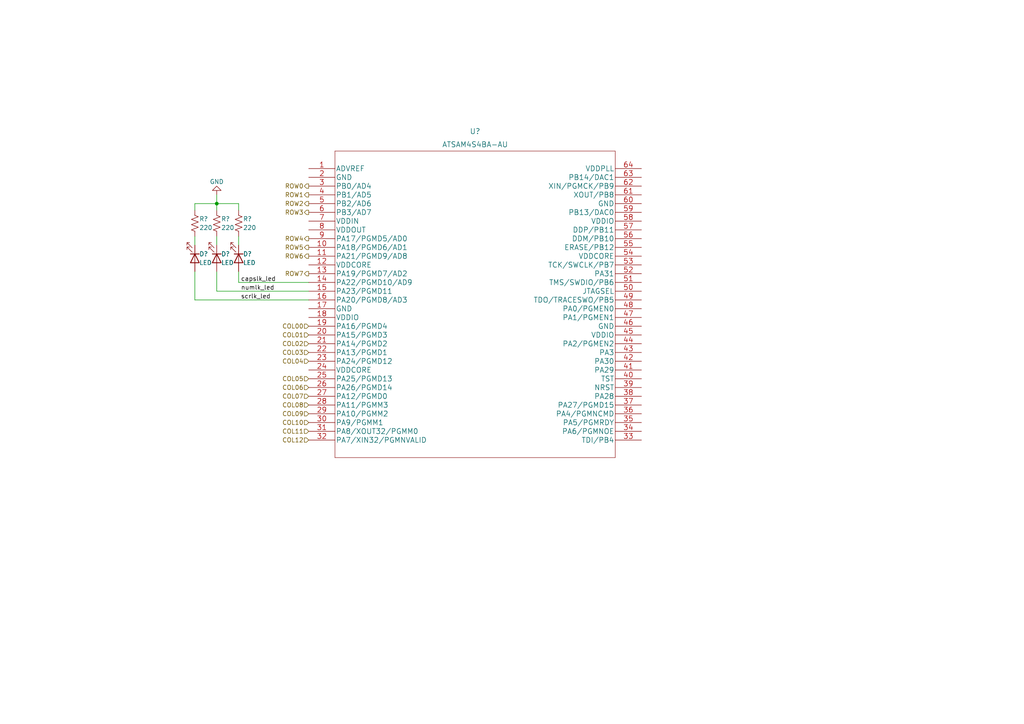
<source format=kicad_sch>
(kicad_sch (version 20211123) (generator eeschema)
  (paper "A4")
  (lib_symbols
    (symbol "Device:LED" (pin_numbers hide) (pin_names (offset 1.016) hide)
      (property "Reference" "D" (at 0 2.54 0))
      (property "Value" "LED" (at 0 -2.54 0))
      (symbol "LED_0_1"
        (polyline (pts (xy -1.27 -1.27) (xy -1.27 1.27)) (stroke (width 0.254)))
        (polyline (pts (xy -1.27 0) (xy 1.27 0)))
        (polyline (pts (xy 1.27 -1.27) (xy 1.27 1.27) (xy -1.27 0) (xy 1.27 -1.27)) (stroke (width 0.254)))
        (polyline (pts (xy -3.048 -0.762) (xy -4.572 -2.286) (xy -3.81 -2.286) (xy -4.572 -2.286) (xy -4.572 -1.524)))
        (polyline (pts (xy -1.778 -0.762) (xy -3.302 -2.286) (xy -2.54 -2.286) (xy -3.302 -2.286) (xy -3.302 -1.524)))
      )
      (symbol "LED_1_1"
        (pin passive line (at -3.81 0 0) (length 2.54) (name "K") (number "1"))
        (pin passive line (at 3.81 0 180) (length 2.54) (name "A") (number "2"))
      )
    )
    (symbol "Device:R_US" (pin_numbers hide) (pin_names (offset 0))
      (property "Reference" "R" (at 2.54 0 90))
      (property "Value" "R_US" (at -2.54 0 90))
      (symbol "R_US_0_1"
        (polyline (pts (xy 0 -2.286) (xy 0 -2.54)))
        (polyline (pts (xy 0 2.286) (xy 0 2.54)))
        (polyline (pts (xy 0 -0.762) (xy 1.016 -1.143) (xy 0 -1.524) (xy -1.016 -1.905) (xy 0 -2.286)))
        (polyline (pts (xy 0 0.762) (xy 1.016 0.381) (xy 0 0) (xy -1.016 -0.381) (xy 0 -0.762)))
        (polyline (pts (xy 0 2.286) (xy 1.016 1.905) (xy 0 1.524) (xy -1.016 1.143) (xy 0 0.762)))
      )
      (symbol "R_US_1_1"
        (pin passive line (at 0 3.81 270) (length 1.27) (name "~") (number "1"))
        (pin passive line (at 0 -3.81 90) (length 1.27) (name "~") (number "2"))
      )
    )
    (symbol "SAM4_User:ATSAM4S4BA-AU" (pin_names (offset 0.254))
      (property "Reference" "U" (at 48.26 10.16 0))
      (property "Value" "ATSAM4S4BA-AU" (at 48.26 7.62 0))
      (symbol "ATSAM4S4BA-AU_1_1"
        (polyline (pts (xy 7.62 -83.82) (xy 88.9 -83.82)) (stroke (width 0.127)))
        (polyline (pts (xy 7.62 5.08) (xy 7.62 -83.82)) (stroke (width 0.127)))
        (polyline (pts (xy 88.9 -83.82) (xy 88.9 5.08)) (stroke (width 0.127)))
        (polyline (pts (xy 88.9 5.08) (xy 7.62 5.08)) (stroke (width 0.127)))
        (pin power_in line (at 0 0 0) (length 7.62) (name "ADVREF") (number "1"))
        (pin bidirectional line (at 0 -22.86 0) (length 7.62) (name "PA18/PGMD6/AD1") (number "10"))
        (pin bidirectional line (at 0 -25.4 0) (length 7.62) (name "PA21/PGMD9/AD8") (number "11"))
        (pin power_in line (at 0 -27.94 0) (length 7.62) (name "VDDCORE") (number "12"))
        (pin bidirectional line (at 0 -30.48 0) (length 7.62) (name "PA19/PGMD7/AD2") (number "13"))
        (pin bidirectional line (at 0 -33.02 0) (length 7.62) (name "PA22/PGMD10/AD9") (number "14"))
        (pin bidirectional line (at 0 -35.56 0) (length 7.62) (name "PA23/PGMD11") (number "15"))
        (pin bidirectional line (at 0 -38.1 0) (length 7.62) (name "PA20/PGMD8/AD3") (number "16"))
        (pin power_in line (at 0 -40.64 0) (length 7.62) (name "GND") (number "17"))
        (pin power_in line (at 0 -43.18 0) (length 7.62) (name "VDDIO") (number "18"))
        (pin bidirectional line (at 0 -45.72 0) (length 7.62) (name "PA16/PGMD4") (number "19"))
        (pin power_in line (at 0 -2.54 0) (length 7.62) (name "GND") (number "2"))
        (pin bidirectional line (at 0 -48.26 0) (length 7.62) (name "PA15/PGMD3") (number "20"))
        (pin bidirectional line (at 0 -50.8 0) (length 7.62) (name "PA14/PGMD2") (number "21"))
        (pin bidirectional line (at 0 -53.34 0) (length 7.62) (name "PA13/PGMD1") (number "22"))
        (pin bidirectional line (at 0 -55.88 0) (length 7.62) (name "PA24/PGMD12") (number "23"))
        (pin power_in line (at 0 -58.42 0) (length 7.62) (name "VDDCORE") (number "24"))
        (pin bidirectional line (at 0 -60.96 0) (length 7.62) (name "PA25/PGMD13") (number "25"))
        (pin bidirectional line (at 0 -63.5 0) (length 7.62) (name "PA26/PGMD14") (number "26"))
        (pin bidirectional line (at 0 -66.04 0) (length 7.62) (name "PA12/PGMD0") (number "27"))
        (pin bidirectional line (at 0 -68.58 0) (length 7.62) (name "PA11/PGMM3") (number "28"))
        (pin bidirectional line (at 0 -71.12 0) (length 7.62) (name "PA10/PGMM2") (number "29"))
        (pin bidirectional line (at 0 -5.08 0) (length 7.62) (name "PB0/AD4") (number "3"))
        (pin bidirectional line (at 0 -73.66 0) (length 7.62) (name "PA9/PGMM1") (number "30"))
        (pin output line (at 0 -76.2 0) (length 7.62) (name "PA8/XOUT32/PGMM0") (number "31"))
        (pin input line (at 0 -78.74 0) (length 7.62) (name "PA7/XIN32/PGMNVALID") (number "32"))
        (pin unspecified line (at 96.52 -78.74 180) (length 7.62) (name "TDI/PB4") (number "33"))
        (pin bidirectional line (at 96.52 -76.2 180) (length 7.62) (name "PA6/PGMNOE") (number "34"))
        (pin bidirectional line (at 96.52 -73.66 180) (length 7.62) (name "PA5/PGMRDY") (number "35"))
        (pin bidirectional line (at 96.52 -71.12 180) (length 7.62) (name "PA4/PGMNCMD") (number "36"))
        (pin bidirectional line (at 96.52 -68.58 180) (length 7.62) (name "PA27/PGMD15") (number "37"))
        (pin bidirectional line (at 96.52 -66.04 180) (length 7.62) (name "PA28") (number "38"))
        (pin unspecified line (at 96.52 -63.5 180) (length 7.62) (name "NRST") (number "39"))
        (pin bidirectional line (at 0 -7.62 0) (length 7.62) (name "PB1/AD5") (number "4"))
        (pin unspecified line (at 96.52 -60.96 180) (length 7.62) (name "TST") (number "40"))
        (pin bidirectional line (at 96.52 -58.42 180) (length 7.62) (name "PA29") (number "41"))
        (pin bidirectional line (at 96.52 -55.88 180) (length 7.62) (name "PA30") (number "42"))
        (pin bidirectional line (at 96.52 -53.34 180) (length 7.62) (name "PA3") (number "43"))
        (pin bidirectional line (at 96.52 -50.8 180) (length 7.62) (name "PA2/PGMEN2") (number "44"))
        (pin power_in line (at 96.52 -48.26 180) (length 7.62) (name "VDDIO") (number "45"))
        (pin power_in line (at 96.52 -45.72 180) (length 7.62) (name "GND") (number "46"))
        (pin bidirectional line (at 96.52 -43.18 180) (length 7.62) (name "PA1/PGMEN1") (number "47"))
        (pin bidirectional line (at 96.52 -40.64 180) (length 7.62) (name "PA0/PGMEN0") (number "48"))
        (pin unspecified line (at 96.52 -38.1 180) (length 7.62) (name "TDO/TRACESWO/PB5") (number "49"))
        (pin bidirectional line (at 0 -10.16 0) (length 7.62) (name "PB2/AD6") (number "5"))
        (pin unspecified line (at 96.52 -35.56 180) (length 7.62) (name "JTAGSEL") (number "50"))
        (pin unspecified line (at 96.52 -33.02 180) (length 7.62) (name "TMS/SWDIO/PB6") (number "51"))
        (pin bidirectional line (at 96.52 -30.48 180) (length 7.62) (name "PA31") (number "52"))
        (pin unspecified line (at 96.52 -27.94 180) (length 7.62) (name "TCK/SWCLK/PB7") (number "53"))
        (pin power_in line (at 96.52 -25.4 180) (length 7.62) (name "VDDCORE") (number "54"))
        (pin unspecified line (at 96.52 -22.86 180) (length 7.62) (name "ERASE/PB12") (number "55"))
        (pin unspecified line (at 96.52 -20.32 180) (length 7.62) (name "DDM/PB10") (number "56"))
        (pin unspecified line (at 96.52 -17.78 180) (length 7.62) (name "DDP/PB11") (number "57"))
        (pin power_in line (at 96.52 -15.24 180) (length 7.62) (name "VDDIO") (number "58"))
        (pin bidirectional line (at 96.52 -12.7 180) (length 7.62) (name "PB13/DAC0") (number "59"))
        (pin bidirectional line (at 0 -12.7 0) (length 7.62) (name "PB3/AD7") (number "6"))
        (pin power_in line (at 96.52 -10.16 180) (length 7.62) (name "GND") (number "60"))
        (pin output line (at 96.52 -7.62 180) (length 7.62) (name "XOUT/PB8") (number "61"))
        (pin unspecified line (at 96.52 -5.08 180) (length 7.62) (name "XIN/PGMCK/PB9") (number "62"))
        (pin bidirectional line (at 96.52 -2.54 180) (length 7.62) (name "PB14/DAC1") (number "63"))
        (pin power_in line (at 96.52 0 180) (length 7.62) (name "VDDPLL") (number "64"))
        (pin power_in line (at 0 -15.24 0) (length 7.62) (name "VDDIN") (number "7"))
        (pin output line (at 0 -17.78 0) (length 7.62) (name "VDDOUT") (number "8"))
        (pin bidirectional line (at 0 -20.32 0) (length 7.62) (name "PA17/PGMD5/AD0") (number "9"))
      )
    )
    (symbol "power:GND" (power) (pin_names (offset 0))
      (property "Value" "GND" (at 0 -3.81 0))
      (symbol "GND_0_1"
        (polyline (pts (xy 0 0) (xy 0 -1.27) (xy 1.27 -1.27) (xy 0 -2.54) (xy -1.27 -1.27) (xy 0 -1.27)))
      )
      (symbol "GND_1_1"
        (pin power_in line (at 0 0 270) (length 0) hide (name "GND") (number "1"))
      )
    )
  )
  (junction (at 62.865 59.055))
  (wire (pts (xy 62.865 59.055) (xy 62.865 60.96)))
  (wire (pts (xy 56.515 86.995) (xy 89.535 86.995)))
  (wire (pts (xy 69.215 81.915) (xy 89.535 81.915)))
  (wire (pts (xy 69.215 59.055) (xy 69.215 60.96)))
  (wire (pts (xy 56.515 60.96) (xy 56.515 59.055)))
  (wire (pts (xy 56.515 86.995) (xy 56.515 78.74)))
  (wire (pts (xy 69.215 78.74) (xy 69.215 81.915)))
  (wire (pts (xy 62.865 84.455) (xy 89.535 84.455)))
  (wire (pts (xy 62.865 56.515) (xy 62.865 59.055)))
  (wire (pts (xy 62.865 59.055) (xy 69.215 59.055)))
  (wire (pts (xy 56.515 59.055) (xy 62.865 59.055)))
  (wire (pts (xy 62.865 84.455) (xy 62.865 78.74)))
  (wire (pts (xy 62.865 68.58) (xy 62.865 71.12)))
  (wire (pts (xy 56.515 68.58) (xy 56.515 71.12)))
  (wire (pts (xy 69.215 68.58) (xy 69.215 71.12)))
  (label "scrlk_led" (at 69.85 86.995 0))
  (label "numlk_led" (at 69.85 84.455 0))
  (label "capslk_led" (at 69.85 81.915 0))
  (hierarchical_label "COL07" (shape input) (at 89.535 114.935 180))
  (hierarchical_label "COL06" (shape input) (at 89.535 112.395 180))
  (hierarchical_label "COL12" (shape input) (at 89.535 127.635 180))
  (hierarchical_label "ROW1" (shape output) (at 89.535 56.515 180))
  (hierarchical_label "COL10" (shape input) (at 89.535 122.555 180))
  (hierarchical_label "COL11" (shape input) (at 89.535 125.095 180))
  (hierarchical_label "ROW0" (shape output) (at 89.535 53.975 180))
  (hierarchical_label "COL04" (shape input) (at 89.535 104.775 180))
  (hierarchical_label "ROW5" (shape output) (at 89.535 71.755 180))
  (hierarchical_label "COL02" (shape input) (at 89.535 99.695 180))
  (hierarchical_label "COL05" (shape input) (at 89.535 109.855 180))
  (hierarchical_label "COL03" (shape input) (at 89.535 102.235 180))
  (hierarchical_label "ROW7" (shape output) (at 89.535 79.375 180))
  (hierarchical_label "ROW3" (shape output) (at 89.535 61.595 180))
  (hierarchical_label "COL00" (shape input) (at 89.535 94.615 180))
  (hierarchical_label "COL09" (shape input) (at 89.535 120.015 180))
  (hierarchical_label "ROW2" (shape output) (at 89.535 59.055 180))
  (hierarchical_label "COL01" (shape input) (at 89.535 97.155 180))
  (hierarchical_label "COL08" (shape input) (at 89.535 117.475 180))
  (hierarchical_label "ROW6" (shape output) (at 89.535 74.295 180))
  (hierarchical_label "ROW4" (shape output) (at 89.535 69.215 180))
  (symbol (lib_id "SAM4_User:ATSAM4S4BA-AU") (at 89.535 48.895 0) (unit 1)
    (property "Reference" "U?" (at 137.795 38.1 0) (effects (font (size 1.524 1.524))))
    (property "Value" "ATSAM4S4BA-AU" (at 137.795 41.91 0) (effects (font (size 1.524 1.524))))
    (property "Footprint" "QFP64-10x10MC_MCH" (effects hide))
  )
  (symbol (lib_id "Device:LED") (at 62.865 74.93 270) (unit 1)
    (property "Reference" "D?" (at 64.135 73.66 90) (effects (justify left)))
    (property "Value" "LED" (at 64.135 76.2 90) (effects (justify left)))
  )
  (symbol (lib_id "Device:R_US") (at 56.515 64.77 0) (unit 1)
    (property "Reference" "R?" (at 57.785 63.5 0) (effects (justify left)))
    (property "Value" "220" (at 57.785 66.04 0) (effects (justify left)))
  )
  (symbol (lib_id "Device:R_US") (at 62.865 64.77 0) (unit 1)
    (property "Reference" "R?" (at 64.135 63.5 0) (effects (justify left)))
    (property "Value" "220" (at 64.135 66.04 0) (effects (justify left)))
  )
  (symbol (lib_id "Device:LED") (at 56.515 74.93 270) (unit 1)
    (property "Reference" "D?" (at 57.785 73.66 90) (effects (justify left)))
    (property "Value" "LED" (at 57.785 76.2 90) (effects (justify left)))
  )
  (symbol (lib_id "Device:LED") (at 69.215 74.93 270) (unit 1)
    (property "Reference" "D?" (at 70.485 73.66 90) (effects (justify left)))
    (property "Value" "LED" (at 70.485 76.2 90) (effects (justify left)))
  )
  (symbol (lib_id "power:GND") (at 62.865 56.515 180) (unit 1)
    (property "Reference" "#PWR?" (effects hide))
    (property "Value" "GND" (at 62.865 52.705 0))
  )
  (symbol (lib_id "Device:R_US") (at 69.215 64.77 0) (unit 1)
    (property "Reference" "R?" (at 70.485 63.5 0) (effects (justify left)))
    (property "Value" "220" (at 70.485 66.04 0) (effects (justify left)))
  )
)
</source>
